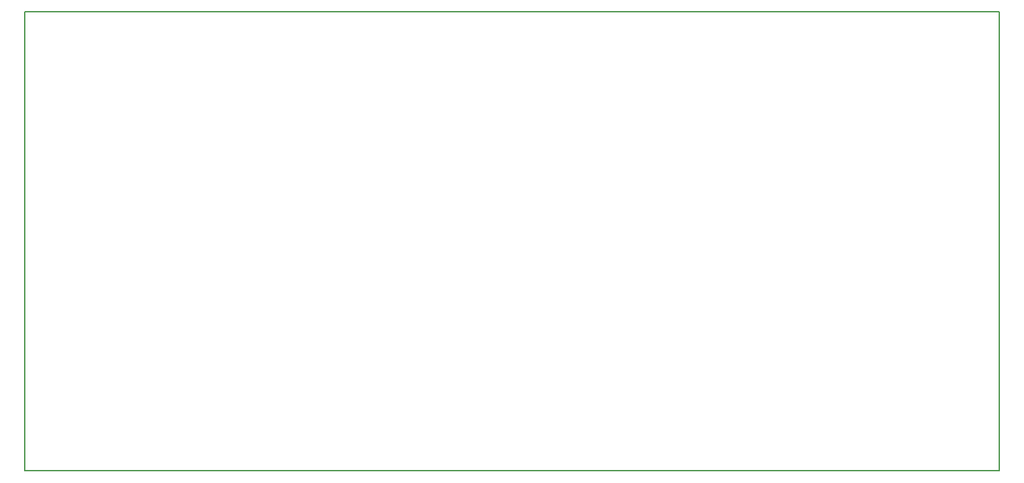
<source format=gbr>
G04 #@! TF.FileFunction,Profile,NP*
%FSLAX46Y46*%
G04 Gerber Fmt 4.6, Leading zero omitted, Abs format (unit mm)*
G04 Created by KiCad (PCBNEW 4.0.2-4+6225~38~ubuntu14.04.1-stable) date Sat Feb 20 17:03:59 2016*
%MOMM*%
G01*
G04 APERTURE LIST*
%ADD10C,0.100000*%
%ADD11C,0.150000*%
G04 APERTURE END LIST*
D10*
D11*
X76200000Y-88900000D02*
X202895200Y-88900000D01*
X76200000Y-29210000D02*
X202895200Y-29210000D01*
X76200000Y-29210000D02*
X76200000Y-88900000D01*
X202895200Y-29210000D02*
X202895200Y-88900000D01*
M02*

</source>
